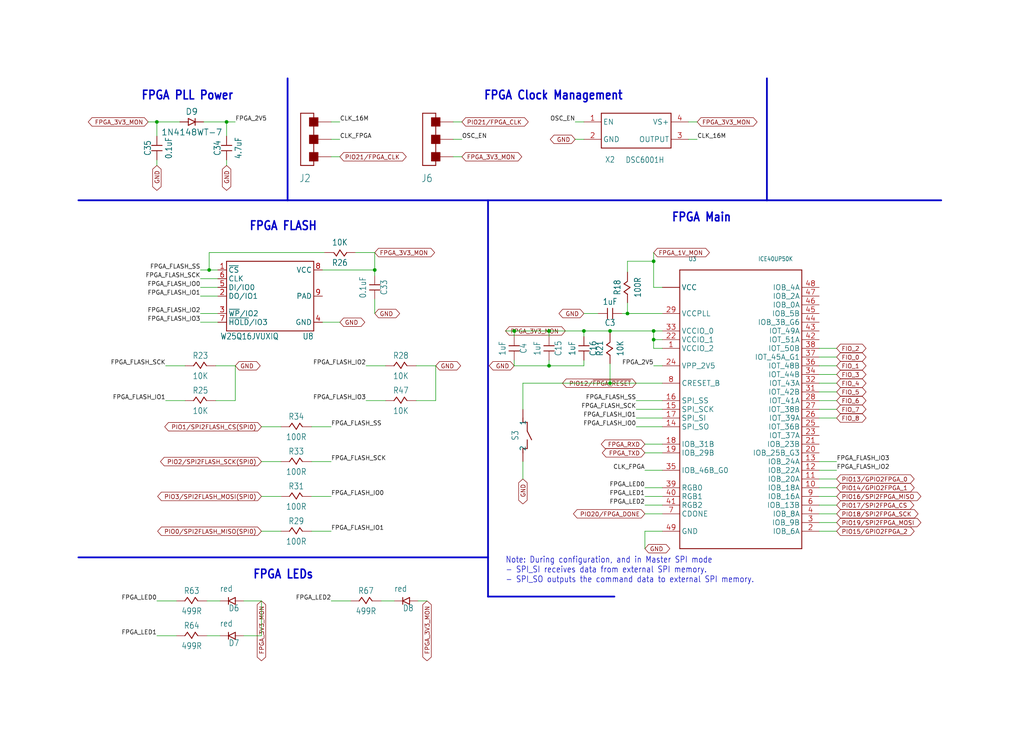
<source format=kicad_sch>
(kicad_sch (version 20250114) (generator "eeschema") (generator_version "9.0")
  (paper "User" 298.45 217.322)
  (lib_symbols
    (symbol "elasticnode_tiny-eagle-import:connectors_JUMPER3"
      (property "Reference" "J" (at 0 0 0))
      (symbol "connectors_JUMPER3_1_0"
        (polyline (pts (xy -7.62 1.27) (xy 7.62 1.27)) (stroke (width 0.254)))
        (polyline (pts (xy -7.62 -2.54) (xy -7.62 1.27)) (stroke (width 0.254)))
        (polyline (pts (xy -6.35 -2.54) (xy -7.62 -2.54)) (stroke (width 0.254)))
        (polyline (pts (xy -5.08 -2.54) (xy 7.62 -2.54)) (stroke (width 0.254)))
        (rectangle (start -3.81 -3.81) (end -6.35 -1.27) (fill (type outline)))
        (rectangle (start 1.27 -3.81) (end -1.27 -1.27) (fill (type outline)))
        (rectangle (start 6.35 -3.81) (end 3.81 -1.27) (fill (type outline)))
        (polyline (pts (xy 7.62 1.27) (xy 7.62 -2.54)) (stroke (width 0.254)))
        (pin bidirectional line (at -5.08 -7.62 90) (length 5.08) (name "L") (number "L"))
        (pin bidirectional line (at 0 -7.62 90) (length 5.08) (name "C") (number "C"))
        (pin bidirectional line (at 5.08 -7.62 90) (length 5.08) (name "R") (number "R"))
      )
    )
    (symbol "elasticnode_tiny-eagle-import:connectors_TACTILE-SWITCH"
      (property "Reference" "S" (at 0 -3.81 0))
      (symbol "connectors_TACTILE-SWITCH_1_0"
        (polyline (pts (xy -5.08 -2.54) (xy -3.81 -2.54)) (stroke (width 0.254)))
        (polyline (pts (xy -3.81 -1.27) (xy -1.27 -1.27)) (stroke (width 0.254)))
        (polyline (pts (xy -3.81 -2.54) (xy -3.81 -1.27)) (stroke (width 0.254)))
        (polyline (pts (xy -1.27 -1.27) (xy 1.27 0)) (stroke (width 0.254)))
        (polyline (pts (xy 3.81 -1.27) (xy 1.27 -1.27)) (stroke (width 0.254)))
        (polyline (pts (xy 3.81 -2.54) (xy 3.81 -1.27)) (stroke (width 0.254)))
        (polyline (pts (xy 5.08 -2.54) (xy 3.81 -2.54)) (stroke (width 0.254)))
        (pin bidirectional line (at -7.62 -2.54 0) (length 2.54) (name "1") (number "1"))
        (pin bidirectional line (at -7.62 -2.54 0) (length 2.54) (name "1") (number "2"))
        (pin bidirectional line (at 7.62 -2.54 180) (length 2.54) (name "2") (number "3"))
        (pin bidirectional line (at 7.62 -2.54 180) (length 2.54) (name "2") (number "4"))
      )
    )
    (symbol "elasticnode_tiny-eagle-import:diodes_1N4148WT"
      (property "Reference" "D" (at 0 2 0))
      (symbol "diodes_1N4148WT_1_0"
        (polyline (pts (xy -1 1) (xy -1 -1)) (stroke (width 0.254)))
        (polyline (pts (xy -1 -1) (xy 1 0)) (stroke (width 0.254)))
        (polyline (pts (xy 1 1) (xy 1 0)) (stroke (width 0.254)))
        (polyline (pts (xy 1 0) (xy -1 1)) (stroke (width 0.254)))
        (polyline (pts (xy 1 0) (xy 1 -1)) (stroke (width 0.254)))
        (pin bidirectional line (at -3.46 0 0) (length 2.54) (name "A") (number "A"))
        (pin bidirectional line (at 3.46 0 180) (length 2.54) (name "C") (number "C"))
      )
    )
    (symbol "elasticnode_tiny-eagle-import:fpga_ICE40UP50K"
      (property "Reference" "U" (at -15.24 43.18 0))
      (symbol "fpga_ICE40UP50K_1_0"
        (polyline (pts (xy -17.78 40.64) (xy -17.78 -40.64)) (stroke (width 0.254)))
        (polyline (pts (xy -17.78 -40.64) (xy 17.78 -40.64)) (stroke (width 0.254)))
        (polyline (pts (xy 17.78 40.64) (xy -17.78 40.64)) (stroke (width 0.254)))
        (polyline (pts (xy 17.78 -40.64) (xy 17.78 40.64)) (stroke (width 0.254)))
        (pin bidirectional line (at -22.86 35.56 0) (length 5.08) (name "VCC") (number "30"))
        (pin bidirectional line (at -22.86 35.56 0) (length 5.08) (name "VCC") (number "5"))
        (pin bidirectional line (at -22.86 27.94 0) (length 5.08) (name "VCCPLL") (number "29"))
        (pin bidirectional line (at -22.86 22.86 0) (length 5.08) (name "VCCIO_0") (number "33"))
        (pin bidirectional line (at -22.86 20.32 0) (length 5.08) (name "VCCIO_1") (number "22"))
        (pin bidirectional line (at -22.86 17.78 0) (length 5.08) (name "VCCIO_2") (number "1"))
        (pin bidirectional line (at -22.86 12.7 0) (length 5.08) (name "VPP_2V5") (number "24"))
        (pin bidirectional line (at -22.86 7.62 0) (length 5.08) (name "CRESET_B") (number "8"))
        (pin bidirectional line (at -22.86 2.54 0) (length 5.08) (name "SPI_SS") (number "16"))
        (pin bidirectional line (at -22.86 0 0) (length 5.08) (name "SPI_SCK") (number "15"))
        (pin bidirectional line (at -22.86 -2.54 0) (length 5.08) (name "SPI_SI") (number "17"))
        (pin bidirectional line (at -22.86 -5.08 0) (length 5.08) (name "SPI_SO") (number "14"))
        (pin bidirectional line (at -22.86 -10.16 0) (length 5.08) (name "IOB_31B") (number "18"))
        (pin bidirectional line (at -22.86 -12.7 0) (length 5.08) (name "IOB_29B") (number "19"))
        (pin bidirectional line (at -22.86 -17.78 0) (length 5.08) (name "IOB_46B_G0") (number "35"))
        (pin bidirectional line (at -22.86 -22.86 0) (length 5.08) (name "RGB0") (number "39"))
        (pin bidirectional line (at -22.86 -25.4 0) (length 5.08) (name "RGB1") (number "40"))
        (pin bidirectional line (at -22.86 -27.94 0) (length 5.08) (name "RGB2") (number "41"))
        (pin bidirectional line (at -22.86 -30.48 0) (length 5.08) (name "CDONE") (number "7"))
        (pin bidirectional line (at -22.86 -35.56 0) (length 5.08) (name "GND") (number "49"))
        (pin bidirectional line (at 22.86 35.56 180) (length 5.08) (name "IOB_4A") (number "48"))
        (pin bidirectional line (at 22.86 33.02 180) (length 5.08) (name "IOB_2A") (number "47"))
        (pin bidirectional line (at 22.86 30.48 180) (length 5.08) (name "IOB_0A") (number "46"))
        (pin bidirectional line (at 22.86 27.94 180) (length 5.08) (name "IOB_5B") (number "45"))
        (pin bidirectional line (at 22.86 25.4 180) (length 5.08) (name "IOB_3B_G6") (number "44"))
        (pin bidirectional line (at 22.86 22.86 180) (length 5.08) (name "IOT_49A") (number "43"))
        (pin bidirectional line (at 22.86 20.32 180) (length 5.08) (name "IOT_51A") (number "42"))
        (pin bidirectional line (at 22.86 17.78 180) (length 5.08) (name "IOT_50B") (number "38"))
        (pin bidirectional line (at 22.86 15.24 180) (length 5.08) (name "IOT_45A_G1") (number "37"))
        (pin bidirectional line (at 22.86 12.7 180) (length 5.08) (name "IOT_48B") (number "36"))
        (pin bidirectional line (at 22.86 10.16 180) (length 5.08) (name "IOT_44B") (number "34"))
        (pin bidirectional line (at 22.86 7.62 180) (length 5.08) (name "IOT_43A") (number "32"))
        (pin bidirectional line (at 22.86 5.08 180) (length 5.08) (name "IOT_42B") (number "31"))
        (pin bidirectional line (at 22.86 2.54 180) (length 5.08) (name "IOT_41A") (number "28"))
        (pin bidirectional line (at 22.86 0 180) (length 5.08) (name "IOT_38B") (number "27"))
        (pin bidirectional line (at 22.86 -2.54 180) (length 5.08) (name "IOT_39A") (number "26"))
        (pin bidirectional line (at 22.86 -5.08 180) (length 5.08) (name "IOT_36B") (number "25"))
        (pin bidirectional line (at 22.86 -7.62 180) (length 5.08) (name "IOT_37A") (number "23"))
        (pin bidirectional line (at 22.86 -10.16 180) (length 5.08) (name "IOB_23B") (number "21"))
        (pin bidirectional line (at 22.86 -12.7 180) (length 5.08) (name "IOB_25B_G3") (number "20"))
        (pin bidirectional line (at 22.86 -15.24 180) (length 5.08) (name "IOB_24A") (number "13"))
        (pin bidirectional line (at 22.86 -17.78 180) (length 5.08) (name "IOB_22A") (number "12"))
        (pin bidirectional line (at 22.86 -20.32 180) (length 5.08) (name "IOB_20A") (number "11"))
        (pin bidirectional line (at 22.86 -22.86 180) (length 5.08) (name "IOB_18A") (number "10"))
        (pin bidirectional line (at 22.86 -25.4 180) (length 5.08) (name "IOB_16A") (number "9"))
        (pin bidirectional line (at 22.86 -27.94 180) (length 5.08) (name "IOB_13B") (number "6"))
        (pin bidirectional line (at 22.86 -30.48 180) (length 5.08) (name "IOB_8A") (number "4"))
        (pin bidirectional line (at 22.86 -33.02 180) (length 5.08) (name "IOB_9B") (number "3"))
        (pin bidirectional line (at 22.86 -35.56 180) (length 5.08) (name "IOB_6A") (number "2"))
      )
    )
    (symbol "elasticnode_tiny-eagle-import:ic_W25Q16JVUXIQ"
      (property "Reference" "U" (at -12.7 -12.7 0))
      (symbol "ic_W25Q16JVUXIQ_1_0"
        (polyline (pts (xy -12.7 10.16) (xy 12.7 10.16)) (stroke (width 0.254)))
        (polyline (pts (xy -12.7 -10.16) (xy -12.7 10.16)) (stroke (width 0.254)))
        (polyline (pts (xy 12.7 10.16) (xy 12.7 -10.16)) (stroke (width 0.254)))
        (polyline (pts (xy 12.7 -10.16) (xy -12.7 -10.16)) (stroke (width 0.254)))
        (pin bidirectional line (at -15.24 7.62 0) (length 2.54) (name "VCC") (number "8"))
        (pin bidirectional line (at -15.24 0 0) (length 2.54) (name "PAD") (number "9"))
        (pin bidirectional line (at -15.24 -7.62 0) (length 2.54) (name "GND") (number "4"))
        (pin input line (at 15.24 7.62 180) (length 2.54) (name "~{CS}") (number "1"))
        (pin input line (at 15.24 5.08 180) (length 2.54) (name "CLK") (number "6"))
        (pin bidirectional line (at 15.24 2.54 180) (length 2.54) (name "DI/IO0") (number "5"))
        (pin bidirectional line (at 15.24 0 180) (length 2.54) (name "DO/IO1") (number "2"))
        (pin bidirectional line (at 15.24 -5.08 180) (length 2.54) (name "~{WP}/IO2") (number "3"))
        (pin bidirectional line (at 15.24 -7.62 180) (length 2.54) (name "~{HOLD}/IO3") (number "7"))
      )
    )
    (symbol "elasticnode_tiny-eagle-import:opto_LED0402"
      (property "Reference" "D" (at -3 2 0))
      (symbol "opto_LED0402_1_0"
        (polyline (pts (xy -1 1) (xy -1 -1)) (stroke (width 0.254)))
        (polyline (pts (xy -1 -1) (xy 1 0)) (stroke (width 0.254)))
        (polyline (pts (xy 1 1) (xy 1 0)) (stroke (width 0.254)))
        (polyline (pts (xy 1 0) (xy -1 1)) (stroke (width 0.254)))
        (polyline (pts (xy 1 0) (xy 1 -1)) (stroke (width 0.254)))
        (pin bidirectional line (at -3.46 0 0) (length 2.54) (name "1") (number "1"))
        (pin bidirectional line (at 3.46 0 180) (length 2.54) (name "2") (number "2"))
      )
    )
    (symbol "elasticnode_tiny-eagle-import:passive_CAPACITOR0402"
      (property "Reference" "C" (at 0 1.714 0))
      (symbol "passive_CAPACITOR0402_1_0"
        (polyline (pts (xy -0.762 1.524) (xy -0.762 -1.524)) (stroke (width 0.254)))
        (polyline (pts (xy 0.762 -1.524) (xy 0.762 1.524)) (stroke (width 0.254)))
        (pin bidirectional line (at -3.46 0 0) (length 2.54) (name "P$1") (number "1"))
        (pin bidirectional line (at 3.46 0 180) (length 2.54) (name "P$2") (number "2"))
      )
    )
    (symbol "elasticnode_tiny-eagle-import:passive_DSC6001H"
      (property "Reference" "X" (at 0 7.54 0))
      (symbol "passive_DSC6001H_1_0"
        (polyline (pts (xy -10.16 5.08) (xy 10.16 5.08)) (stroke (width 0.254)))
        (polyline (pts (xy -10.16 -5.08) (xy -10.16 5.08)) (stroke (width 0.254)))
        (polyline (pts (xy 10.16 5.08) (xy 10.16 -5.08)) (stroke (width 0.254)))
        (polyline (pts (xy 10.16 -5.08) (xy -10.16 -5.08)) (stroke (width 0.254)))
        (pin bidirectional line (at -15.24 2.54 0) (length 5.08) (name "EN") (number "1"))
        (pin bidirectional line (at -15.24 -2.54 0) (length 5.08) (name "GND") (number "2"))
        (pin bidirectional line (at 15.24 2.54 180) (length 5.08) (name "VS+") (number "4"))
        (pin bidirectional line (at 15.24 -2.54 180) (length 5.08) (name "OUTPUT") (number "3"))
      )
    )
    (symbol "elasticnode_tiny-eagle-import:passive_RESISTORSMD_0402"
      (property "Reference" "R" (at 0 2 0))
      (symbol "passive_RESISTORSMD_0402_1_0"
        (polyline (pts (xy -2 0) (xy -1.27 1.016)) (stroke (width 0.254)))
        (polyline (pts (xy -1.27 1.016) (xy 0 -0.762)) (stroke (width 0.254)))
        (polyline (pts (xy 0 -0.762) (xy 1.016 1.016)) (stroke (width 0.254)))
        (polyline (pts (xy 1.016 1.016) (xy 1.778 0)) (stroke (width 0.254)))
        (pin bidirectional line (at -4.46 0 0) (length 2.54) (name "1") (number "1"))
        (pin bidirectional line (at 4.46 0 180) (length 2.54) (name "2") (number "2"))
      )
    )
  )
  (text "FPGA Clock Management" (at 161.29 27.94 0) (effects (font (size 2.54 2.159) (thickness 0.4318) (bold yes))))
  (text "FPGA LEDs" (at 82.55 167.64 0) (effects (font (size 2.54 2.159) (thickness 0.4318) (bold yes))))
  (text "FPGA PLL Power" (at 54.61 27.94 0) (effects (font (size 2.54 2.159) (thickness 0.4318) (bold yes))))
  (text "FPGA Main" (at 204.47 63.5 0) (effects (font (size 2.54 2.159) (thickness 0.4318) (bold yes))))
  (text "FPGA FLASH" (at 82.55 66.04 0) (effects (font (size 2.54 2.159) (thickness 0.4318) (bold yes))))
  (text "Note: During configuration, and in Master SPI mode\n- SPI_SI receives data from external SPI memory.\n- SPI_SO outputs the command data to external SPI memory." (at 147.32 170.18 0) (effects (font (size 1.778 1.5113)) (justify left bottom)))
  (junction (at 170.18 96.52))
  (junction (at 66.04 35.56))
  (junction (at 45.72 35.56))
  (junction (at 160.02 106.68))
  (junction (at 60.96 78.74))
  (junction (at 190.5 76.2))
  (junction (at 177.8 111.76))
  (junction (at 149.86 96.52))
  (junction (at 182.88 91.44))
  (junction (at 190.5 99.06))
  (junction (at 109.22 78.74))
  (junction (at 177.8 96.52))
  (junction (at 190.5 96.52))
  (junction (at 160.02 96.52))
  (wire (pts (xy 149.86 106.68) (xy 160.02 106.68)) (stroke (width 0.1524)))
  (wire (pts (xy 238.76 114.3) (xy 243.84 114.3)) (stroke (width 0.1524)))
  (polyline (pts (xy 142.24 162.56) (xy 22.86 162.56)) (stroke (width 0.508) (type solid)))
  (wire (pts (xy 112.38 116.84) (xy 106.68 116.84)) (stroke (width 0.1524)))
  (wire (pts (xy 187.96 154.94) (xy 187.96 160.02)) (stroke (width 0.1524)))
  (wire (pts (xy 76.2 154.94) (xy 81.9 154.94)) (stroke (width 0.1524)))
  (wire (pts (xy 238.76 134.62) (xy 243.84 134.62)) (stroke (width 0.1524)))
  (wire (pts (xy 149.86 96.52) (xy 147.32 96.52)) (stroke (width 0.1524)))
  (wire (pts (xy 193.04 83.82) (xy 190.5 83.82)) (stroke (width 0.1524)))
  (wire (pts (xy 96.52 35.56) (xy 99.06 35.56)) (stroke (width 0.1524)))
  (wire (pts (xy 238.76 101.6) (xy 243.84 101.6)) (stroke (width 0.1524)))
  (wire (pts (xy 63.5 86.36) (xy 58.42 86.36)) (stroke (width 0.1524)))
  (wire (pts (xy 160.02 105.06) (xy 160.02 106.68)) (stroke (width 0.1524)))
  (wire (pts (xy 60.34 175.26) (xy 64.12 175.26)) (stroke (width 0.1524)))
  (wire (pts (xy 238.76 144.78) (xy 243.84 144.78)) (stroke (width 0.1524)))
  (wire (pts (xy 193.04 121.92) (xy 185.42 121.92)) (stroke (width 0.1524)))
  (wire (pts (xy 51.42 175.26) (xy 45.72 175.26)) (stroke (width 0.1524)))
  (wire (pts (xy 177.8 106.06) (xy 177.8 111.76)) (stroke (width 0.1524)))
  (wire (pts (xy 71.04 185.42) (xy 76.2 185.42)) (stroke (width 0.1524)))
  (polyline (pts (xy 179.07 173.99) (xy 142.24 173.99)) (stroke (width 0.508) (type solid)))
  (wire (pts (xy 96.52 40.64) (xy 99.06 40.64)) (stroke (width 0.1524)))
  (wire (pts (xy 45.72 35.56) (xy 43.18 35.56)) (stroke (width 0.1524)))
  (wire (pts (xy 90.82 154.94) (xy 96.52 154.94)) (stroke (width 0.1524)))
  (wire (pts (xy 193.04 101.6) (xy 190.5 101.6)) (stroke (width 0.1524)))
  (wire (pts (xy 170.18 35.56) (xy 167.64 35.56)) (stroke (width 0.1524)))
  (wire (pts (xy 152.4 111.76) (xy 177.8 111.76)) (stroke (width 0.1524)))
  (wire (pts (xy 238.76 104.14) (xy 243.84 104.14)) (stroke (width 0.1524)))
  (wire (pts (xy 149.86 98.14) (xy 149.86 96.52)) (stroke (width 0.1524)))
  (polyline (pts (xy 142.24 58.42) (xy 142.24 162.56)) (stroke (width 0.508) (type solid)))
  (wire (pts (xy 90.82 134.62) (xy 96.52 134.62)) (stroke (width 0.1524)))
  (wire (pts (xy 193.04 124.46) (xy 185.42 124.46)) (stroke (width 0.1524)))
  (wire (pts (xy 190.5 76.2) (xy 190.5 73.66)) (stroke (width 0.1524)))
  (wire (pts (xy 193.04 137.16) (xy 187.96 137.16)) (stroke (width 0.1524)))
  (wire (pts (xy 193.04 147.32) (xy 187.96 147.32)) (stroke (width 0.1524)))
  (wire (pts (xy 193.04 144.78) (xy 187.96 144.78)) (stroke (width 0.1524)))
  (wire (pts (xy 170.18 40.64) (xy 167.64 40.64)) (stroke (width 0.1524)))
  (wire (pts (xy 45.72 39.72) (xy 45.72 35.56)) (stroke (width 0.1524)))
  (wire (pts (xy 193.04 149.86) (xy 187.96 149.86)) (stroke (width 0.1524)))
  (wire (pts (xy 52.42 35.56) (xy 45.72 35.56)) (stroke (width 0.1524)))
  (wire (pts (xy 238.76 152.4) (xy 243.84 152.4)) (stroke (width 0.1524)))
  (wire (pts (xy 160.02 106.68) (xy 170.18 106.68)) (stroke (width 0.1524)))
  (wire (pts (xy 149.86 105.06) (xy 149.86 106.68)) (stroke (width 0.1524)))
  (wire (pts (xy 132.08 45.72) (xy 134.62 45.72)) (stroke (width 0.1524)))
  (wire (pts (xy 90.82 124.46) (xy 96.52 124.46)) (stroke (width 0.1524)))
  (wire (pts (xy 174.34 91.44) (xy 170.18 91.44)) (stroke (width 0.1524)))
  (wire (pts (xy 63.5 91.44) (xy 58.42 91.44)) (stroke (width 0.1524)))
  (wire (pts (xy 170.18 98.14) (xy 170.18 96.52)) (stroke (width 0.1524)))
  (wire (pts (xy 238.76 154.94) (xy 243.84 154.94)) (stroke (width 0.1524)))
  (wire (pts (xy 60.96 73.66) (xy 60.96 78.74)) (stroke (width 0.1524)))
  (wire (pts (xy 193.04 142.24) (xy 187.96 142.24)) (stroke (width 0.1524)))
  (wire (pts (xy 60.96 78.74) (xy 63.5 78.74)) (stroke (width 0.1524)))
  (wire (pts (xy 160.02 96.52) (xy 149.86 96.52)) (stroke (width 0.1524)))
  (wire (pts (xy 160.02 98.14) (xy 160.02 96.52)) (stroke (width 0.1524)))
  (wire (pts (xy 193.04 99.06) (xy 190.5 99.06)) (stroke (width 0.1524)))
  (wire (pts (xy 66.04 39.72) (xy 66.04 35.56)) (stroke (width 0.1524)))
  (wire (pts (xy 238.76 139.7) (xy 243.84 139.7)) (stroke (width 0.1524)))
  (wire (pts (xy 238.76 121.92) (xy 243.84 121.92)) (stroke (width 0.1524)))
  (wire (pts (xy 238.76 116.84) (xy 243.84 116.84)) (stroke (width 0.1524)))
  (wire (pts (xy 109.22 80.36) (xy 109.22 78.74)) (stroke (width 0.1524)))
  (wire (pts (xy 152.4 119.38) (xy 152.4 111.76)) (stroke (width 0.1524)))
  (wire (pts (xy 238.76 149.86) (xy 243.84 149.86)) (stroke (width 0.1524)))
  (wire (pts (xy 132.08 35.56) (xy 134.62 35.56)) (stroke (width 0.1524)))
  (wire (pts (xy 53.96 116.84) (xy 48.26 116.84)) (stroke (width 0.1524)))
  (wire (pts (xy 93.98 93.98) (xy 99.06 93.98)) (stroke (width 0.1524)))
  (wire (pts (xy 76.2 144.78) (xy 81.9 144.78)) (stroke (width 0.1524)))
  (wire (pts (xy 170.18 96.52) (xy 160.02 96.52)) (stroke (width 0.1524)))
  (wire (pts (xy 190.5 96.52) (xy 177.8 96.52)) (stroke (width 0.1524)))
  (wire (pts (xy 177.8 97.14) (xy 177.8 96.52)) (stroke (width 0.1524)))
  (wire (pts (xy 182.88 91.44) (xy 193.04 91.44)) (stroke (width 0.1524)))
  (polyline (pts (xy 223.52 58.42) (xy 274.32 58.42)) (stroke (width 0.508) (type solid)))
  (wire (pts (xy 193.04 116.84) (xy 185.42 116.84)) (stroke (width 0.1524)))
  (wire (pts (xy 63.5 83.82) (xy 58.42 83.82)) (stroke (width 0.1524)))
  (wire (pts (xy 127 116.84) (xy 127 106.68)) (stroke (width 0.1524)))
  (wire (pts (xy 124.46 175.26) (xy 121.84 175.26)) (stroke (width 0.1524)))
  (wire (pts (xy 193.04 154.94) (xy 187.96 154.94)) (stroke (width 0.1524)))
  (wire (pts (xy 103.52 73.66) (xy 109.22 73.66)) (stroke (width 0.1524)))
  (wire (pts (xy 121.3 116.84) (xy 127 116.84)) (stroke (width 0.1524)))
  (polyline (pts (xy 83.82 58.42) (xy 22.86 58.42)) (stroke (width 0.508) (type solid)))
  (wire (pts (xy 238.76 106.68) (xy 243.84 106.68)) (stroke (width 0.1524)))
  (wire (pts (xy 181.26 91.44) (xy 182.88 91.44)) (stroke (width 0.1524)))
  (wire (pts (xy 53.96 106.68) (xy 48.26 106.68)) (stroke (width 0.1524)))
  (polyline (pts (xy 83.82 58.42) (xy 142.24 58.42)) (stroke (width 0.508) (type solid)))
  (wire (pts (xy 59.34 35.56) (xy 66.04 35.56)) (stroke (width 0.1524)))
  (wire (pts (xy 182.88 88.28) (xy 182.88 91.44)) (stroke (width 0.1524)))
  (wire (pts (xy 64.12 185.42) (xy 60.34 185.42)) (stroke (width 0.1524)))
  (wire (pts (xy 200.66 40.64) (xy 203.2 40.64)) (stroke (width 0.1524)))
  (wire (pts (xy 170.18 106.68) (xy 170.18 105.06)) (stroke (width 0.1524)))
  (wire (pts (xy 68.58 116.84) (xy 62.88 116.84)) (stroke (width 0.1524)))
  (wire (pts (xy 114.92 175.26) (xy 111.14 175.26)) (stroke (width 0.1524)))
  (wire (pts (xy 76.2 124.46) (xy 81.9 124.46)) (stroke (width 0.1524)))
  (wire (pts (xy 177.8 96.52) (xy 170.18 96.52)) (stroke (width 0.1524)))
  (wire (pts (xy 112.38 106.68) (xy 106.68 106.68)) (stroke (width 0.1524)))
  (wire (pts (xy 193.04 132.08) (xy 187.96 132.08)) (stroke (width 0.1524)))
  (wire (pts (xy 71.04 175.26) (xy 76.2 175.26)) (stroke (width 0.1524)))
  (wire (pts (xy 94.6 73.66) (xy 60.96 73.66)) (stroke (width 0.1524)))
  (wire (pts (xy 45.72 46.64) (xy 45.72 48.26)) (stroke (width 0.1524)))
  (wire (pts (xy 63.5 81.28) (xy 58.42 81.28)) (stroke (width 0.1524)))
  (wire (pts (xy 190.5 83.82) (xy 190.5 76.2)) (stroke (width 0.1524)))
  (wire (pts (xy 109.22 73.66) (xy 109.22 78.74)) (stroke (width 0.1524)))
  (wire (pts (xy 193.04 106.68) (xy 190.5 106.68)) (stroke (width 0.1524)))
  (wire (pts (xy 68.58 106.68) (xy 68.58 116.84)) (stroke (width 0.1524)))
  (wire (pts (xy 200.66 35.56) (xy 203.2 35.56)) (stroke (width 0.1524)))
  (wire (pts (xy 109.22 78.74) (xy 93.98 78.74)) (stroke (width 0.1524)))
  (polyline (pts (xy 142.24 58.42) (xy 223.52 58.42)) (stroke (width 0.508) (type solid)))
  (wire (pts (xy 152.4 134.62) (xy 152.4 139.7)) (stroke (width 0.1524)))
  (wire (pts (xy 109.22 87.28) (xy 109.22 91.44)) (stroke (width 0.1524)))
  (wire (pts (xy 76.2 134.62) (xy 81.9 134.62)) (stroke (width 0.1524)))
  (wire (pts (xy 62.88 106.68) (xy 68.58 106.68)) (stroke (width 0.1524)))
  (wire (pts (xy 193.04 96.52) (xy 190.5 96.52)) (stroke (width 0.1524)))
  (wire (pts (xy 63.5 93.98) (xy 58.42 93.98)) (stroke (width 0.1524)))
  (polyline (pts (xy 223.52 58.42) (xy 223.52 22.86)) (stroke (width 0.508) (type solid)))
  (wire (pts (xy 182.88 76.2) (xy 182.88 79.36)) (stroke (width 0.1524)))
  (wire (pts (xy 193.04 119.38) (xy 185.42 119.38)) (stroke (width 0.1524)))
  (wire (pts (xy 190.5 101.6) (xy 190.5 99.06)) (stroke (width 0.1524)))
  (wire (pts (xy 66.04 46.64) (xy 66.04 48.26)) (stroke (width 0.1524)))
  (wire (pts (xy 238.76 137.16) (xy 243.84 137.16)) (stroke (width 0.1524)))
  (wire (pts (xy 90.82 144.78) (xy 96.52 144.78)) (stroke (width 0.1524)))
  (polyline (pts (xy 142.24 162.56) (xy 142.24 173.99)) (stroke (width 0.508) (type solid)))
  (wire (pts (xy 190.5 99.06) (xy 190.5 96.52)) (stroke (width 0.1524)))
  (wire (pts (xy 51.42 185.42) (xy 45.72 185.42)) (stroke (width 0.1524)))
  (wire (pts (xy 96.52 45.72) (xy 99.06 45.72)) (stroke (width 0.1524)))
  (wire (pts (xy 60.96 78.74) (xy 58.42 78.74)) (stroke (width 0.1524)))
  (wire (pts (xy 238.76 111.76) (xy 243.84 111.76)) (stroke (width 0.1524)))
  (wire (pts (xy 66.04 35.56) (xy 68.58 35.56)) (stroke (width 0.1524)))
  (wire (pts (xy 177.8 111.76) (xy 193.04 111.76)) (stroke (width 0.1524)))
  (wire (pts (xy 238.76 142.24) (xy 243.84 142.24)) (stroke (width 0.1524)))
  (wire (pts (xy 190.5 76.2) (xy 182.88 76.2)) (stroke (width 0.1524)))
  (wire (pts (xy 193.04 129.54) (xy 187.96 129.54)) (stroke (width 0.1524)))
  (wire (pts (xy 238.76 147.32) (xy 243.84 147.32)) (stroke (width 0.1524)))
  (wire (pts (xy 238.76 119.38) (xy 243.84 119.38)) (stroke (width 0.1524)))
  (wire (pts (xy 121.3 106.68) (xy 127 106.68)) (stroke (width 0.1524)))
  (polyline (pts (xy 83.82 22.86) (xy 83.82 58.42)) (stroke (width 0.508) (type solid)))
  (wire (pts (xy 76.2 175.26) (xy 76.2 185.42)) (stroke (width 0.1524)))
  (wire (pts (xy 238.76 109.22) (xy 243.84 109.22)) (stroke (width 0.1524)))
  (wire (pts (xy 132.08 40.64) (xy 134.62 40.64)) (stroke (width 0.1524)))
  (wire (pts (xy 102.22 175.26) (xy 96.52 175.26)) (stroke (width 0.1524)))
  (label "FPGA_LED1" (at 187.96 144.78 180) (effects (font (size 1.2446 1.2446))))
  (label "FPGA_2V5" (at 190.5 106.68 180) (effects (font (size 1.2446 1.2446))))
  (label "FPGA_FLASH_IO2" (at 106.68 106.68 180) (effects (font (size 1.2446 1.2446))))
  (label "FPGA_FLASH_SCK" (at 58.42 81.28 180) (effects (font (size 1.2446 1.2446))))
  (label "FPGA_FLASH_SCK" (at 48.26 106.68 180) (effects (font (size 1.2446 1.2446))))
  (label "FPGA_FLASH_IO3" (at 58.42 93.98 180) (effects (font (size 1.2446 1.2446))))
  (label "FPGA_FLASH_IO0" (at 185.42 124.46 180) (effects (font (size 1.2446 1.2446))))
  (label "CLK_FPGA" (at 187.96 137.16 180) (effects (font (size 1.2446 1.2446))))
  (label "FPGA_LED0" (at 45.72 175.26 180) (effects (font (size 1.2446 1.2446))))
  (label "FPGA_FLASH_IO2" (at 58.42 91.44 180) (effects (font (size 1.2446 1.2446))))
  (label "CLK_16M" (at 99.06 35.56 0) (effects (font (size 1.2446 1.2446))))
  (label "FPGA_FLASH_IO2" (at 243.84 137.16 0) (effects (font (size 1.2446 1.2446))))
  (label "CLK_FPGA" (at 99.06 40.64 0) (effects (font (size 1.2446 1.2446))))
  (label "FPGA_FLASH_IO1" (at 185.42 121.92 180) (effects (font (size 1.2446 1.2446))))
  (label "FPGA_FLASH_IO1" (at 58.42 86.36 180) (effects (font (size 1.2446 1.2446))))
  (label "FPGA_FLASH_SS" (at 185.42 116.84 180) (effects (font (size 1.2446 1.2446))))
  (label "FPGA_FLASH_IO0" (at 58.42 83.82 180) (effects (font (size 1.2446 1.2446))))
  (label "FPGA_FLASH_SS" (at 96.52 124.46 0) (effects (font (size 1.2446 1.2446))))
  (label "FPGA_LED1" (at 45.72 185.42 180) (effects (font (size 1.2446 1.2446))))
  (label "FPGA_FLASH_IO3" (at 106.68 116.84 180) (effects (font (size 1.2446 1.2446))))
  (label "FPGA_FLASH_IO1" (at 48.26 116.84 180) (effects (font (size 1.2446 1.2446))))
  (label "FPGA_FLASH_IO3" (at 243.84 134.62 0) (effects (font (size 1.2446 1.2446))))
  (label "FPGA_LED0" (at 187.96 142.24 180) (effects (font (size 1.2446 1.2446))))
  (label "OSC_EN" (at 167.64 35.56 180) (effects (font (size 1.2446 1.2446))))
  (label "CLK_16M" (at 203.2 40.64 0) (effects (font (size 1.2446 1.2446))))
  (label "FPGA_LED2" (at 187.96 147.32 180) (effects (font (size 1.2446 1.2446))))
  (label "FPGA_2V5" (at 68.58 35.56 0) (effects (font (size 1.2446 1.2446))))
  (label "FPGA_FLASH_IO1" (at 96.52 154.94 0) (effects (font (size 1.2446 1.2446))))
  (label "FPGA_FLASH_SCK" (at 96.52 134.62 0) (effects (font (size 1.2446 1.2446))))
  (label "FPGA_FLASH_SCK" (at 185.42 119.38 180) (effects (font (size 1.2446 1.2446))))
  (label "FPGA_FLASH_IO0" (at 96.52 144.78 0) (effects (font (size 1.2446 1.2446))))
  (label "OSC_EN" (at 134.62 40.64 0) (effects (font (size 1.2446 1.2446))))
  (label "FPGA_FLASH_SS" (at 58.42 78.74 180) (effects (font (size 1.2446 1.2446))))
  (label "FPGA_LED2" (at 96.52 175.26 180) (effects (font (size 1.2446 1.2446))))
  (global_label "GND" (shape bidirectional) (at 127 106.68 0) (effects (font (size 1.2446 1.2446))) (property "Intersheetrefs" "${INTERSHEET_REFS}" (effects (hide yes))))
  (global_label "GND" (shape bidirectional) (at 109.22 91.44 0) (effects (font (size 1.2446 1.2446))) (property "Intersheetrefs" "${INTERSHEET_REFS}" (effects (hide yes))))
  (global_label "FIO_8" (shape bidirectional) (at 243.84 121.92 0) (effects (font (size 1.2446 1.2446))) (property "Intersheetrefs" "${INTERSHEET_REFS}" (effects (hide yes))))
  (global_label "FPGA_3V3_MON" (shape bidirectional) (at 147.32 96.52 0) (effects (font (size 1.2446 1.2446))) (property "Intersheetrefs" "${INTERSHEET_REFS}" (effects (hide yes))))
  (global_label "FPGA_TXD" (shape bidirectional) (at 187.96 132.08 180) (effects (font (size 1.2446 1.2446))) (property "Intersheetrefs" "${INTERSHEET_REFS}" (effects (hide yes))))
  (global_label "FIO_5" (shape bidirectional) (at 243.84 114.3 0) (effects (font (size 1.2446 1.2446))) (property "Intersheetrefs" "${INTERSHEET_REFS}" (effects (hide yes))))
  (global_label "PIO2/SPI2FLASH_SCK(SPI0)" (shape bidirectional) (at 76.2 134.62 180) (effects (font (size 1.2446 1.2446))) (property "Intersheetrefs" "${INTERSHEET_REFS}" (effects (hide yes))))
  (global_label "PIO18/SPI2FPGA_SCK" (shape bidirectional) (at 243.84 149.86 0) (effects (font (size 1.2446 1.2446))) (property "Intersheetrefs" "${INTERSHEET_REFS}" (effects (hide yes))))
  (global_label "FPGA_3V3_MON" (shape bidirectional) (at 203.2 35.56 0) (effects (font (size 1.2446 1.2446))) (property "Intersheetrefs" "${INTERSHEET_REFS}" (effects (hide yes))))
  (global_label "FPGA_RXD" (shape bidirectional) (at 187.96 129.54 180) (effects (font (size 1.2446 1.2446))) (property "Intersheetrefs" "${INTERSHEET_REFS}" (effects (hide yes))))
  (global_label "PIO12/~{FPGA_RESET}" (shape bidirectional) (at 185.42 111.76 180) (effects (font (size 1.2446 1.2446))) (property "Intersheetrefs" "${INTERSHEET_REFS}" (effects (hide yes))))
  (global_label "PIO13/GPIO2FPGA_0" (shape bidirectional) (at 243.84 139.7 0) (effects (font (size 1.2446 1.2446))) (property "Intersheetrefs" "${INTERSHEET_REFS}" (effects (hide yes))))
  (global_label "FPGA_3V3_MON" (shape bidirectional) (at 43.18 35.56 180) (effects (font (size 1.2446 1.2446))) (property "Intersheetrefs" "${INTERSHEET_REFS}" (effects (hide yes))))
  (global_label "GND" (shape bidirectional) (at 152.4 139.7 270) (effects (font (size 1.2446 1.2446))) (property "Intersheetrefs" "${INTERSHEET_REFS}" (effects (hide yes))))
  (global_label "PIO16/SPI2FPGA_MISO" (shape bidirectional) (at 243.84 144.78 0) (effects (font (size 1.2446 1.2446))) (property "Intersheetrefs" "${INTERSHEET_REFS}" (effects (hide yes))))
  (global_label "FPGA_1V_MON" (shape bidirectional) (at 190.5 73.66 0) (effects (font (size 1.2446 1.2446))) (property "Intersheetrefs" "${INTERSHEET_REFS}" (effects (hide yes))))
  (global_label "GND" (shape bidirectional) (at 170.18 91.44 180) (effects (font (size 1.2446 1.2446))) (property "Intersheetrefs" "${INTERSHEET_REFS}" (effects (hide yes))))
  (global_label "GND" (shape bidirectional) (at 149.86 106.68 180) (effects (font (size 1.2446 1.2446))) (property "Intersheetrefs" "${INTERSHEET_REFS}" (effects (hide yes))))
  (global_label "FIO_0" (shape bidirectional) (at 243.84 104.14 0) (effects (font (size 1.2446 1.2446))) (property "Intersheetrefs" "${INTERSHEET_REFS}" (effects (hide yes))))
  (global_label "PIO15/GPIO2FPGA_2" (shape bidirectional) (at 243.84 154.94 0) (effects (font (size 1.2446 1.2446))) (property "Intersheetrefs" "${INTERSHEET_REFS}" (effects (hide yes))))
  (global_label "PIO17/SPI2FPGA_CS" (shape bidirectional) (at 243.84 147.32 0) (effects (font (size 1.2446 1.2446))) (property "Intersheetrefs" "${INTERSHEET_REFS}" (effects (hide yes))))
  (global_label "GND" (shape bidirectional) (at 66.04 48.26 270) (effects (font (size 1.2446 1.2446))) (property "Intersheetrefs" "${INTERSHEET_REFS}" (effects (hide yes))))
  (global_label "PIO1/SPI2FLASH_CS(SPI0)" (shape bidirectional) (at 76.2 124.46 180) (effects (font (size 1.2446 1.2446))) (property "Intersheetrefs" "${INTERSHEET_REFS}" (effects (hide yes))))
  (global_label "GND" (shape bidirectional) (at 167.64 40.64 180) (effects (font (size 1.2446 1.2446))) (property "Intersheetrefs" "${INTERSHEET_REFS}" (effects (hide yes))))
  (global_label "FIO_6" (shape bidirectional) (at 243.84 116.84 0) (effects (font (size 1.2446 1.2446))) (property "Intersheetrefs" "${INTERSHEET_REFS}" (effects (hide yes))))
  (global_label "GND" (shape bidirectional) (at 45.72 48.26 270) (effects (font (size 1.2446 1.2446))) (property "Intersheetrefs" "${INTERSHEET_REFS}" (effects (hide yes))))
  (global_label "FIO_3" (shape bidirectional) (at 243.84 109.22 0) (effects (font (size 1.2446 1.2446))) (property "Intersheetrefs" "${INTERSHEET_REFS}" (effects (hide yes))))
  (global_label "FIO_4" (shape bidirectional) (at 243.84 111.76 0) (effects (font (size 1.2446 1.2446))) (property "Intersheetrefs" "${INTERSHEET_REFS}" (effects (hide yes))))
  (global_label "FPGA_3V3_MON" (shape bidirectional) (at 124.46 175.26 270) (effects (font (size 1.2446 1.2446))) (property "Intersheetrefs" "${INTERSHEET_REFS}" (effects (hide yes))))
  (global_label "PIO3/SPI2FLASH_MOSI(SPI0)" (shape bidirectional) (at 76.2 144.78 180) (effects (font (size 1.2446 1.2446))) (property "Intersheetrefs" "${INTERSHEET_REFS}" (effects (hide yes))))
  (global_label "PIO21/FPGA_CLK" (shape bidirectional) (at 134.62 35.56 0) (effects (font (size 1.2446 1.2446))) (property "Intersheetrefs" "${INTERSHEET_REFS}" (effects (hide yes))))
  (global_label "FPGA_3V3_MON" (shape bidirectional) (at 109.22 73.66 0) (effects (font (size 1.2446 1.2446))) (property "Intersheetrefs" "${INTERSHEET_REFS}" (effects (hide yes))))
  (global_label "FIO_1" (shape bidirectional) (at 243.84 106.68 0) (effects (font (size 1.2446 1.2446))) (property "Intersheetrefs" "${INTERSHEET_REFS}" (effects (hide yes))))
  (global_label "FIO_2" (shape bidirectional) (at 243.84 101.6 0) (effects (font (size 1.2446 1.2446))) (property "Intersheetrefs" "${INTERSHEET_REFS}" (effects (hide yes))))
  (global_label "PIO19/SPI2FPGA_MOSI" (shape bidirectional) (at 243.84 152.4 0) (effects (font (size 1.2446 1.2446))) (property "Intersheetrefs" "${INTERSHEET_REFS}" (effects (hide yes))))
  (global_label "FPGA_3V3_MON" (shape bidirectional) (at 134.62 45.72 0) (effects (font (size 1.2446 1.2446))) (property "Intersheetrefs" "${INTERSHEET_REFS}" (effects (hide yes))))
  (global_label "PIO21/FPGA_CLK" (shape bidirectional) (at 99.06 45.72 0) (effects (font (size 1.2446 1.2446))) (property "Intersheetrefs" "${INTERSHEET_REFS}" (effects (hide yes))))
  (global_label "PIO14/GPIO2FPGA_1" (shape bidirectional) (at 243.84 142.24 0) (effects (font (size 1.2446 1.2446))) (property "Intersheetrefs" "${INTERSHEET_REFS}" (effects (hide yes))))
  (global_label "PIO20/FPGA_DONE" (shape bidirectional) (at 187.96 149.86 180) (effects (font (size 1.2446 1.2446))) (property "Intersheetrefs" "${INTERSHEET_REFS}" (effects (hide yes))))
  (global_label "FIO_7" (shape bidirectional) (at 243.84 119.38 0) (effects (font (size 1.2446 1.2446))) (property "Intersheetrefs" "${INTERSHEET_REFS}" (effects (hide yes))))
  (global_label "GND" (shape bidirectional) (at 99.06 93.98 0) (effects (font (size 1.2446 1.2446))) (property "Intersheetrefs" "${INTERSHEET_REFS}" (effects (hide yes))))
  (global_label "GND" (shape bidirectional) (at 68.58 106.68 0) (effects (font (size 1.2446 1.2446))) (property "Intersheetrefs" "${INTERSHEET_REFS}" (effects (hide yes))))
  (global_label "FPGA_3V3_MON" (shape bidirectional) (at 76.2 175.26 270) (effects (font (size 1.2446 1.2446))) (property "Intersheetrefs" "${INTERSHEET_REFS}" (effects (hide yes))))
  (global_label "GND" (shape bidirectional) (at 187.96 160.02 0) (effects (font (size 1.2446 1.2446))) (property "Intersheetrefs" "${INTERSHEET_REFS}" (effects (hide yes))))
  (global_label "PIO0/SPI2FLASH_MISO(SPI0)" (shape bidirectional) (at 76.2 154.94 180) (effects (font (size 1.2446 1.2446))) (property "Intersheetrefs" "${INTERSHEET_REFS}" (effects (hide yes))))
  (symbol (lib_id "elasticnode_tiny-eagle-import:passive_RESISTORSMD_0402") (at 55.88 175.26 0) (unit 1)
    (property "Reference" "R63" (at 55.88 173.26 0) (effects (font (size 1.778 1.5113)) (justify bottom)))
    (property "Value" "499R" (at 55.88 177.26 0) (effects (font (size 1.778 1.5113)) (justify top)))
    (property "Footprint" "elasticnode_tiny:0402" (effects (hide yes)))
    (property "OC_NEWARK" "unknown" (effects (hide yes)))
  )
  (symbol (lib_id "elasticnode_tiny-eagle-import:opto_LED0402") (at 67.58 185.42 180) (unit 1)
    (property "Reference" "D7" (at 66.58 188.5 0) (effects (font (size 1.778 1.5113)) (justify right top)))
    (property "Value" "red" (at 64.04 182.8 0) (effects (font (size 1.778 1.5113)) (justify right top)))
    (property "Footprint" "elasticnode_tiny:0402" (effects (hide yes)))
    (property "OC_NEWARK" "unknown" (effects (hide yes)))
  )
  (symbol (lib_id "elasticnode_tiny-eagle-import:passive_RESISTORSMD_0402") (at 116.84 116.84 0) (unit 1)
    (property "Reference" "R47" (at 116.84 114.84 0) (effects (font (size 1.778 1.5113)) (justify bottom)))
    (property "Value" "10K" (at 116.84 118.84 0) (effects (font (size 1.778 1.5113)) (justify top)))
    (property "Footprint" "elasticnode_tiny:0402" (effects (hide yes)))
    (property "OC_NEWARK" "unknown" (effects (hide yes)))
  )
  (symbol (lib_id "elasticnode_tiny-eagle-import:passive_RESISTORSMD_0402") (at 106.68 175.26 0) (unit 1)
    (property "Reference" "R67" (at 106.68 173.26 0) (effects (font (size 1.778 1.5113)) (justify bottom)))
    (property "Value" "499R" (at 106.68 177.26 0) (effects (font (size 1.778 1.5113)) (justify top)))
    (property "Footprint" "elasticnode_tiny:0402" (effects (hide yes)))
    (property "OC_NEWARK" "unknown" (effects (hide yes)))
  )
  (symbol (lib_id "elasticnode_tiny-eagle-import:passive_RESISTORSMD_0402") (at 99.06 73.66 180) (unit 1)
    (property "Reference" "R26" (at 99.06 75.66 0) (effects (font (size 1.778 1.5113)) (justify bottom)))
    (property "Value" "10K" (at 99.06 71.66 0) (effects (font (size 1.778 1.5113)) (justify top)))
    (property "Footprint" "elasticnode_tiny:0402" (effects (hide yes)))
    (property "OC_NEWARK" "unknown" (effects (hide yes)))
  )
  (symbol (lib_id "elasticnode_tiny-eagle-import:passive_CAPACITOR0402") (at 109.22 83.82 270) (unit 1)
    (property "Reference" "C33" (at 110.934 83.82 0) (effects (font (size 1.778 1.5113)) (justify bottom)))
    (property "Value" "0.1uF" (at 106.744 83.82 0) (effects (font (size 1.778 1.5113)) (justify top)))
    (property "Footprint" "elasticnode_tiny:0402" (effects (hide yes)))
    (property "OC_NEWARK" "unknown" (effects (hide yes)))
  )
  (symbol (lib_id "elasticnode_tiny-eagle-import:passive_RESISTORSMD_0402") (at 86.36 154.94 0) (unit 1)
    (property "Reference" "R29" (at 86.36 152.94 0) (effects (font (size 1.778 1.5113)) (justify bottom)))
    (property "Value" "100R" (at 86.36 156.94 0) (effects (font (size 1.778 1.5113)) (justify top)))
    (property "Footprint" "elasticnode_tiny:0402" (effects (hide yes)))
    (property "OC_NEWARK" "unknown" (effects (hide yes)))
  )
  (symbol (lib_id "elasticnode_tiny-eagle-import:passive_CAPACITOR0402") (at 149.86 101.6 270) (unit 1)
    (property "Reference" "C4" (at 151.574 101.6 0) (effects (font (size 1.778 1.5113)) (justify bottom)))
    (property "Value" "1uF" (at 147.384 101.6 0) (effects (font (size 1.778 1.5113)) (justify top)))
    (property "Footprint" "elasticnode_tiny:0402" (effects (hide yes)))
    (property "OC_NEWARK" "unknown" (effects (hide yes)))
  )
  (symbol (lib_id "elasticnode_tiny-eagle-import:opto_LED0402") (at 118.38 175.26 180) (unit 1)
    (property "Reference" "D8" (at 117.38 178.34 0) (effects (font (size 1.778 1.5113)) (justify right top)))
    (property "Value" "red" (at 114.84 172.64 0) (effects (font (size 1.778 1.5113)) (justify right top)))
    (property "Footprint" "elasticnode_tiny:0402" (effects (hide yes)))
    (property "OC_NEWARK" "unknown" (effects (hide yes)))
  )
  (symbol (lib_id "elasticnode_tiny-eagle-import:passive_CAPACITOR0402") (at 45.72 43.18 90) (unit 1)
    (property "Reference" "C35" (at 44.006 43.18 0) (effects (font (size 1.778 1.5113)) (justify bottom)))
    (property "Value" "0.1uF" (at 48.196 43.18 0) (effects (font (size 1.778 1.5113)) (justify top)))
    (property "Footprint" "elasticnode_tiny:0402" (effects (hide yes)))
    (property "OC_NEWARK" "unknown" (effects (hide yes)))
  )
  (symbol (lib_id "elasticnode_tiny-eagle-import:opto_LED0402") (at 67.58 175.26 180) (unit 1)
    (property "Reference" "D6" (at 66.58 178.34 0) (effects (font (size 1.778 1.5113)) (justify right top)))
    (property "Value" "red" (at 64.04 172.64 0) (effects (font (size 1.778 1.5113)) (justify right top)))
    (property "Footprint" "elasticnode_tiny:0402" (effects (hide yes)))
    (property "OC_NEWARK" "unknown" (effects (hide yes)))
  )
  (symbol (lib_id "elasticnode_tiny-eagle-import:passive_CAPACITOR0402") (at 177.8 91.44 180) (unit 1)
    (property "Reference" "C3" (at 177.8 93.154 0) (effects (font (size 1.778 1.5113)) (justify bottom)))
    (property "Value" "1uF" (at 177.8 88.964 0) (effects (font (size 1.778 1.5113)) (justify top)))
    (property "Footprint" "elasticnode_tiny:0402" (effects (hide yes)))
    (property "OC_NEWARK" "unknown" (effects (hide yes)))
  )
  (symbol (lib_id "elasticnode_tiny-eagle-import:passive_RESISTORSMD_0402") (at 58.42 116.84 0) (unit 1)
    (property "Reference" "R25" (at 58.42 114.84 0) (effects (font (size 1.778 1.5113)) (justify bottom)))
    (property "Value" "10K" (at 58.42 118.84 0) (effects (font (size 1.778 1.5113)) (justify top)))
    (property "Footprint" "elasticnode_tiny:0402" (effects (hide yes)))
    (property "OC_NEWARK" "unknown" (effects (hide yes)))
  )
  (symbol (lib_id "elasticnode_tiny-eagle-import:passive_RESISTORSMD_0402") (at 182.88 83.82 90) (unit 1)
    (property "Reference" "R18" (at 180.88 83.82 0) (effects (font (size 1.778 1.5113)) (justify bottom)))
    (property "Value" "100R" (at 184.88 83.82 0) (effects (font (size 1.778 1.5113)) (justify top)))
    (property "Footprint" "elasticnode_tiny:0402" (effects (hide yes)))
    (property "OC_NEWARK" "unknown" (effects (hide yes)))
  )
  (symbol (lib_id "elasticnode_tiny-eagle-import:diodes_1N4148WT") (at 55.88 35.56 0) (unit 1)
    (property "Reference" "D9" (at 55.88 33.56 0) (effects (font (size 1.778 1.778)) (justify bottom)))
    (property "Value" "1N4148WT-7" (at 55.88 37.56 0) (effects (font (size 1.778 1.778)) (justify top)))
    (property "Footprint" "elasticnode_tiny:SOD523" (effects (hide yes)))
  )
  (symbol (lib_id "elasticnode_tiny-eagle-import:passive_CAPACITOR0402") (at 66.04 43.18 90) (unit 1)
    (property "Reference" "C34" (at 64.326 43.18 0) (effects (font (size 1.778 1.5113)) (justify bottom)))
    (property "Value" "4.7uF" (at 68.516 43.18 0) (effects (font (size 1.778 1.5113)) (justify top)))
    (property "Footprint" "elasticnode_tiny:0402" (effects (hide yes)))
    (property "OC_NEWARK" "unknown" (effects (hide yes)))
  )
  (symbol (lib_id "elasticnode_tiny-eagle-import:passive_RESISTORSMD_0402") (at 86.36 144.78 0) (unit 1)
    (property "Reference" "R31" (at 86.36 142.78 0) (effects (font (size 1.778 1.5113)) (justify bottom)))
    (property "Value" "100R" (at 86.36 146.78 0) (effects (font (size 1.778 1.5113)) (justify top)))
    (property "Footprint" "elasticnode_tiny:0402" (effects (hide yes)))
    (property "OC_NEWARK" "unknown" (effects (hide yes)))
  )
  (symbol (lib_id "elasticnode_tiny-eagle-import:passive_CAPACITOR0402") (at 170.18 101.6 270) (unit 1)
    (property "Reference" "C16" (at 171.894 101.6 0) (effects (font (size 1.778 1.5113)) (justify bottom)))
    (property "Value" "1uF" (at 167.704 101.6 0) (effects (font (size 1.778 1.5113)) (justify top)))
    (property "Footprint" "elasticnode_tiny:0402" (effects (hide yes)))
    (property "OC_NEWARK" "unknown" (effects (hide yes)))
  )
  (symbol (lib_id "elasticnode_tiny-eagle-import:passive_RESISTORSMD_0402") (at 86.36 124.46 0) (unit 1)
    (property "Reference" "R34" (at 86.36 122.46 0) (effects (font (size 1.778 1.5113)) (justify bottom)))
    (property "Value" "100R" (at 86.36 126.46 0) (effects (font (size 1.778 1.5113)) (justify top)))
    (property "Footprint" "elasticnode_tiny:0402" (effects (hide yes)))
    (property "OC_NEWARK" "unknown" (effects (hide yes)))
  )
  (symbol (lib_id "elasticnode_tiny-eagle-import:passive_RESISTORSMD_0402") (at 86.36 134.62 0) (unit 1)
    (property "Reference" "R33" (at 86.36 132.62 0) (effects (font (size 1.778 1.5113)) (justify bottom)))
    (property "Value" "100R" (at 86.36 136.62 0) (effects (font (size 1.778 1.5113)) (justify top)))
    (property "Footprint" "elasticnode_tiny:0402" (effects (hide yes)))
    (property "OC_NEWARK" "unknown" (effects (hide yes)))
  )
  (symbol (lib_id "elasticnode_tiny-eagle-import:connectors_JUMPER3") (at 124.46 40.64 90) (unit 1)
    (property "Reference" "J6" (at 124.46 50.8 90) (effects (font (size 2.1844 1.8567)) (justify bottom)))
    (property "Value" "JUMPER3" (effects (hide yes)))
    (property "Footprint" "elasticnode_tiny:JUMPER3_SMT_SMALL" (effects (hide yes)))
  )
  (symbol (lib_id "elasticnode_tiny-eagle-import:passive_CAPACITOR0402") (at 160.02 101.6 270) (unit 1)
    (property "Reference" "C15" (at 161.734 101.6 0) (effects (font (size 1.778 1.5113)) (justify bottom)))
    (property "Value" "1uF" (at 157.544 101.6 0) (effects (font (size 1.778 1.5113)) (justify top)))
    (property "Footprint" "elasticnode_tiny:0402" (effects (hide yes)))
    (property "OC_NEWARK" "unknown" (effects (hide yes)))
  )
  (symbol (lib_id "elasticnode_tiny-eagle-import:fpga_ICE40UP50K") (at 215.9 119.38 0) (unit 1)
    (property "Reference" "U3" (at 200.66 76.2 0) (effects (font (size 1.27 1.0795)) (justify left bottom)))
    (property "Value" "ICE40UP50K" (at 231.14 76.2 0) (effects (font (size 1.27 1.0795)) (justify right bottom)))
    (property "Footprint" "elasticnode_tiny:QFN48" (effects (hide yes)))
  )
  (symbol (lib_id "elasticnode_tiny-eagle-import:passive_RESISTORSMD_0402") (at 55.88 185.42 0) (unit 1)
    (property "Reference" "R64" (at 55.88 183.42 0) (effects (font (size 1.778 1.5113)) (justify bottom)))
    (property "Value" "499R" (at 55.88 187.42 0) (effects (font (size 1.778 1.5113)) (justify top)))
    (property "Footprint" "elasticnode_tiny:0402" (effects (hide yes)))
    (property "OC_NEWARK" "unknown" (effects (hide yes)))
  )
  (symbol (lib_id "elasticnode_tiny-eagle-import:passive_RESISTORSMD_0402") (at 116.84 106.68 0) (unit 1)
    (property "Reference" "R28" (at 116.84 104.68 0) (effects (font (size 1.778 1.5113)) (justify bottom)))
    (property "Value" "10K" (at 116.84 108.68 0) (effects (font (size 1.778 1.5113)) (justify top)))
    (property "Footprint" "elasticnode_tiny:0402" (effects (hide yes)))
    (property "OC_NEWARK" "unknown" (effects (hide yes)))
  )
  (symbol (lib_id "elasticnode_tiny-eagle-import:connectors_TACTILE-SWITCH") (at 154.94 127 270) (unit 1)
    (property "Reference" "S3" (at 151.13 127 0) (effects (font (size 1.778 1.5113)) (justify top)))
    (property "Value" "TACTILE-SWITCH" (effects (hide yes)))
    (property "Footprint" "elasticnode_tiny:TACTILE-SWITCH" (effects (hide yes)))
    (property "OC_NEWARK" "unknown" (effects (hide yes)))
  )
  (symbol (lib_id "elasticnode_tiny-eagle-import:passive_RESISTORSMD_0402") (at 58.42 106.68 0) (unit 1)
    (property "Reference" "R23" (at 58.42 104.68 0) (effects (font (size 1.778 1.5113)) (justify bottom)))
    (property "Value" "10K" (at 58.42 108.68 0) (effects (font (size 1.778 1.5113)) (justify top)))
    (property "Footprint" "elasticnode_tiny:0402" (effects (hide yes)))
    (property "OC_NEWARK" "unknown" (effects (hide yes)))
  )
  (symbol (lib_id "elasticnode_tiny-eagle-import:passive_DSC6001H") (at 185.42 38.1 0) (unit 1)
    (property "Reference" "X2" (at 177.8 45.64 0) (effects (font (size 1.6764 1.4249)) (justify top)))
    (property "Value" "DSC6001H" (at 187.96 45.72 0) (effects (font (size 1.6764 1.4249)) (justify top)))
    (property "Footprint" "elasticnode_tiny:1.6X1.2_OSC" (effects (hide yes)))
  )
  (symbol (lib_id "elasticnode_tiny-eagle-import:passive_RESISTORSMD_0402") (at 177.8 101.6 90) (unit 1)
    (property "Reference" "R21" (at 175.8 101.6 0) (effects (font (size 1.778 1.5113)) (justify bottom)))
    (property "Value" "10K" (at 179.8 101.6 0) (effects (font (size 1.778 1.5113)) (justify top)))
    (property "Footprint" "elasticnode_tiny:0402" (effects (hide yes)))
    (property "OC_NEWARK" "unknown" (effects (hide yes)))
  )
  (symbol (lib_id "elasticnode_tiny-eagle-import:connectors_JUMPER3") (at 88.9 40.64 90) (unit 1)
    (property "Reference" "J2" (at 88.9 50.8 90) (effects (font (size 2.1844 1.8567)) (justify bottom)))
    (property "Value" "JUMPER3" (effects (hide yes)))
    (property "Footprint" "elasticnode_tiny:JUMPER3_SMT_SMALL" (effects (hide yes)))
  )
  (symbol (lib_id "elasticnode_tiny-eagle-import:ic_W25Q16JVUXIQ") (at 78.74 86.36 0) (mirror y) (unit 1)
    (property "Reference" "U8" (at 91.44 99.06 0) (effects (font (size 1.778 1.5113)) (justify left bottom)))
    (property "Value" "W25Q16JVUXIQ" (at 81.28 99.06 0) (effects (font (size 1.778 1.5113)) (justify left bottom)))
    (property "Footprint" "elasticnode_tiny:USON8-2X3MM" (effects (hide yes)))
  )
)
</source>
